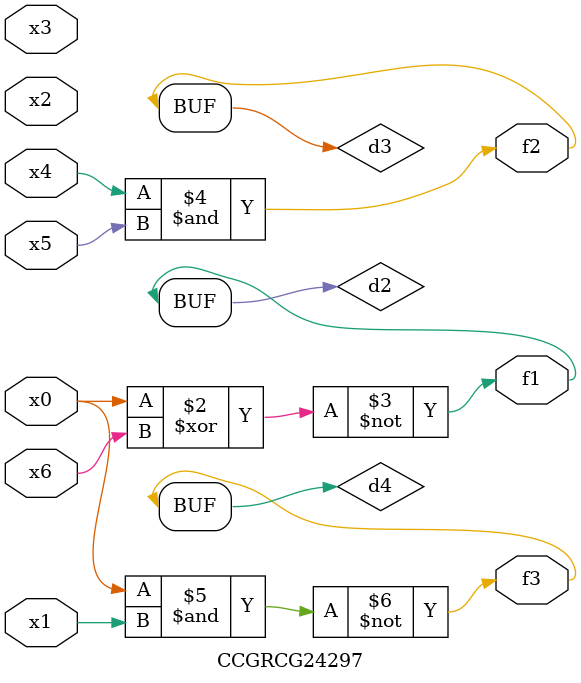
<source format=v>
module CCGRCG24297(
	input x0, x1, x2, x3, x4, x5, x6,
	output f1, f2, f3
);

	wire d1, d2, d3, d4;

	nor (d1, x0);
	xnor (d2, x0, x6);
	and (d3, x4, x5);
	nand (d4, x0, x1);
	assign f1 = d2;
	assign f2 = d3;
	assign f3 = d4;
endmodule

</source>
